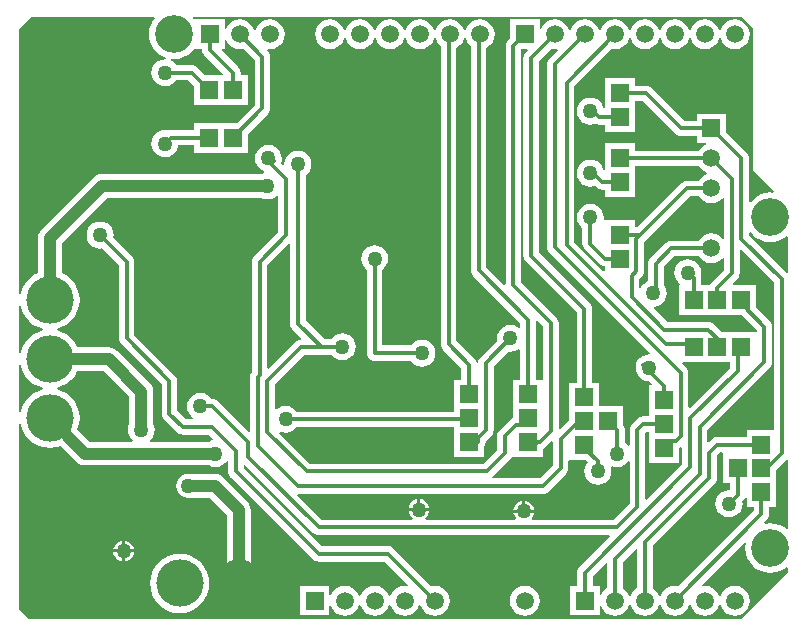
<source format=gbl>
G04*
G04 #@! TF.GenerationSoftware,Altium Limited,Altium Designer,18.0.7 (293)*
G04*
G04 Layer_Physical_Order=2*
G04 Layer_Color=16711680*
%FSLAX25Y25*%
%MOIN*%
G70*
G01*
G75*
%ADD35C,0.01181*%
%ADD36C,0.03937*%
%ADD37C,0.01968*%
%ADD38C,0.00000*%
%ADD42C,0.15748*%
%ADD43C,0.05906*%
%ADD44R,0.05906X0.05906*%
%ADD45R,0.05906X0.05906*%
%ADD46C,0.12598*%
%ADD47C,0.05000*%
%ADD48R,0.06000X0.06000*%
%ADD49R,0.06000X0.06000*%
G36*
X52559Y204724D02*
X52796Y204224D01*
X52148Y203434D01*
X51380Y201998D01*
X50907Y200440D01*
X50747Y198819D01*
X50907Y197198D01*
X51380Y195640D01*
X52148Y194203D01*
X53181Y192945D01*
X54440Y191911D01*
X55876Y191144D01*
X56335Y191004D01*
X56229Y190514D01*
X56102Y190531D01*
X54936Y190377D01*
X53849Y189927D01*
X52915Y189211D01*
X52199Y188277D01*
X51749Y187190D01*
X51595Y186024D01*
X51749Y184857D01*
X52199Y183770D01*
X52915Y182837D01*
X53849Y182120D01*
X54936Y181670D01*
X56102Y181517D01*
X57269Y181670D01*
X58356Y182120D01*
X59289Y182837D01*
X59754Y183442D01*
X63892D01*
X65898Y181436D01*
Y175150D01*
X83709D01*
Y185087D01*
X81321D01*
Y186024D01*
X81233Y186692D01*
X80976Y187314D01*
X80565Y187849D01*
X74978Y193436D01*
X75170Y193898D01*
X75984D01*
Y196914D01*
X76484Y197013D01*
X76764Y196337D01*
X77553Y195309D01*
X78581Y194520D01*
X79778Y194024D01*
X81063Y193855D01*
X82224Y194008D01*
X86001Y190230D01*
Y175282D01*
X80058Y169339D01*
X65898D01*
Y166951D01*
X58071D01*
X57403Y166863D01*
X57172Y166768D01*
X56102Y166909D01*
X54936Y166755D01*
X53849Y166305D01*
X52915Y165588D01*
X52199Y164655D01*
X51749Y163568D01*
X51595Y162402D01*
X51749Y161235D01*
X52199Y160148D01*
X52915Y159215D01*
X53849Y158498D01*
X54936Y158048D01*
X56102Y157895D01*
X57269Y158048D01*
X58356Y158498D01*
X59289Y159215D01*
X60006Y160148D01*
X60456Y161235D01*
X60529Y161789D01*
X65898D01*
Y159402D01*
X83709D01*
Y165688D01*
X90408Y172388D01*
X90818Y172922D01*
X91076Y173545D01*
X91164Y174213D01*
Y191299D01*
X91076Y191967D01*
X90818Y192590D01*
X90408Y193124D01*
X90048Y193484D01*
X90281Y193958D01*
X91063Y193855D01*
X92348Y194024D01*
X93545Y194520D01*
X94573Y195309D01*
X95362Y196337D01*
X95858Y197534D01*
X96027Y198819D01*
X95858Y200104D01*
X95362Y201301D01*
X94573Y202329D01*
X93545Y203118D01*
X92348Y203613D01*
X91063Y203783D01*
X89778Y203613D01*
X88581Y203118D01*
X87553Y202329D01*
X86764Y201301D01*
X86320Y200227D01*
X86319Y200227D01*
X85807D01*
X85806Y200227D01*
X85362Y201301D01*
X84573Y202329D01*
X83545Y203118D01*
X82348Y203613D01*
X81063Y203783D01*
X79778Y203613D01*
X78581Y203118D01*
X77553Y202329D01*
X76764Y201301D01*
X76484Y200625D01*
X75984Y200724D01*
Y203740D01*
X66142D01*
X66142Y203740D01*
Y203740D01*
X65651Y203814D01*
X65314Y204224D01*
X65551Y204724D01*
X248031Y204724D01*
X251969Y200787D01*
Y153543D01*
X259019Y146493D01*
X258792Y146013D01*
X257874Y146103D01*
X256253Y145943D01*
X254695Y145471D01*
X253258Y144703D01*
X252000Y143670D01*
X251309Y142829D01*
X250810Y143008D01*
Y157441D01*
X250722Y158109D01*
X250464Y158731D01*
X250054Y159266D01*
X243110Y166209D01*
Y172402D01*
X233268D01*
Y170061D01*
X229258D01*
X218361Y180959D01*
X217826Y181369D01*
X217203Y181627D01*
X216535Y181715D01*
X212646D01*
Y184102D01*
X202709D01*
Y174272D01*
X202209Y174239D01*
X202188Y174395D01*
X201738Y175482D01*
X201022Y176415D01*
X200088Y177132D01*
X199001Y177582D01*
X197835Y177735D01*
X196668Y177582D01*
X195581Y177132D01*
X194648Y176415D01*
X193931Y175482D01*
X193481Y174395D01*
X193328Y173228D01*
X193481Y172062D01*
X193931Y170975D01*
X194648Y170041D01*
X195581Y169325D01*
X196668Y168875D01*
X197835Y168721D01*
X199001Y168875D01*
X199450Y169061D01*
X199497Y169025D01*
X200119Y168767D01*
X200787Y168679D01*
X202709D01*
Y166291D01*
X212646D01*
Y174165D01*
Y176553D01*
X215466D01*
X226364Y165655D01*
X226898Y165245D01*
X227521Y164987D01*
X228189Y164899D01*
X233268D01*
Y162559D01*
X236284D01*
X236383Y162059D01*
X235707Y161779D01*
X234679Y160990D01*
X233966Y160061D01*
X212646D01*
Y162449D01*
X202709D01*
Y153603D01*
X202209Y153570D01*
X202188Y153726D01*
X201738Y154813D01*
X201022Y155746D01*
X200088Y156462D01*
X199001Y156913D01*
X197835Y157066D01*
X196668Y156913D01*
X195581Y156462D01*
X194648Y155746D01*
X193931Y154813D01*
X193481Y153726D01*
X193328Y152559D01*
X193481Y151393D01*
X193931Y150305D01*
X194648Y149372D01*
X195581Y148656D01*
X196668Y148206D01*
X197835Y148052D01*
X199001Y148206D01*
X199370Y148358D01*
X199946Y147781D01*
X200481Y147371D01*
X201104Y147113D01*
X201772Y147025D01*
X202709D01*
Y144638D01*
X212646D01*
Y152512D01*
Y154899D01*
X233966D01*
X234679Y153970D01*
X235707Y153182D01*
X236781Y152737D01*
X236781Y152736D01*
Y152225D01*
X236781Y152224D01*
X235707Y151779D01*
X234679Y150990D01*
X233966Y150061D01*
X230157D01*
X229489Y149973D01*
X228867Y149716D01*
X228332Y149305D01*
X213498Y134471D01*
X212646D01*
Y136858D01*
X202723D01*
X202587Y136868D01*
X202271Y137255D01*
X202342Y137795D01*
X202188Y138962D01*
X201738Y140049D01*
X201022Y140982D01*
X200088Y141699D01*
X199001Y142149D01*
X197835Y142302D01*
X196668Y142149D01*
X195581Y141699D01*
X194648Y140982D01*
X193931Y140049D01*
X193481Y138962D01*
X193328Y137795D01*
X193481Y136629D01*
X193931Y135542D01*
X194648Y134608D01*
X195254Y134143D01*
Y128937D01*
X195342Y128269D01*
X195599Y127647D01*
X196010Y127112D01*
X200931Y122191D01*
X201465Y121780D01*
X202088Y121523D01*
X202709Y121441D01*
Y120026D01*
X202247Y119834D01*
X192542Y129539D01*
Y181647D01*
X204902Y194008D01*
X206063Y193855D01*
X207348Y194024D01*
X208545Y194520D01*
X209573Y195309D01*
X210362Y196337D01*
X210806Y197411D01*
X210807Y197411D01*
X211319D01*
X211320Y197411D01*
X211764Y196337D01*
X212553Y195309D01*
X213581Y194520D01*
X214778Y194024D01*
X216063Y193855D01*
X217348Y194024D01*
X218545Y194520D01*
X219573Y195309D01*
X220362Y196337D01*
X220806Y197411D01*
X220807Y197411D01*
X221319D01*
X221320Y197411D01*
X221764Y196337D01*
X222553Y195309D01*
X223581Y194520D01*
X224778Y194024D01*
X226063Y193855D01*
X227348Y194024D01*
X228545Y194520D01*
X229573Y195309D01*
X230362Y196337D01*
X230806Y197411D01*
X230807Y197411D01*
X231319D01*
X231320Y197411D01*
X231764Y196337D01*
X232553Y195309D01*
X233581Y194520D01*
X234778Y194024D01*
X236063Y193855D01*
X237348Y194024D01*
X238545Y194520D01*
X239573Y195309D01*
X240362Y196337D01*
X240806Y197411D01*
X240807Y197411D01*
X241319D01*
X241320Y197411D01*
X241764Y196337D01*
X242553Y195309D01*
X243581Y194520D01*
X244778Y194024D01*
X246063Y193855D01*
X247348Y194024D01*
X248545Y194520D01*
X249573Y195309D01*
X250362Y196337D01*
X250858Y197534D01*
X251027Y198819D01*
X250858Y200104D01*
X250362Y201301D01*
X249573Y202329D01*
X248545Y203118D01*
X247348Y203613D01*
X246063Y203783D01*
X244778Y203613D01*
X243581Y203118D01*
X242553Y202329D01*
X241764Y201301D01*
X241320Y200227D01*
X241319Y200227D01*
X240807D01*
X240806Y200227D01*
X240362Y201301D01*
X239573Y202329D01*
X238545Y203118D01*
X237348Y203613D01*
X236063Y203783D01*
X234778Y203613D01*
X233581Y203118D01*
X232553Y202329D01*
X231764Y201301D01*
X231320Y200227D01*
X231319Y200227D01*
X230807D01*
X230806Y200227D01*
X230362Y201301D01*
X229573Y202329D01*
X228545Y203118D01*
X227348Y203613D01*
X226063Y203783D01*
X224778Y203613D01*
X223581Y203118D01*
X222553Y202329D01*
X221764Y201301D01*
X221320Y200227D01*
X221319Y200227D01*
X220807D01*
X220806Y200227D01*
X220362Y201301D01*
X219573Y202329D01*
X218545Y203118D01*
X217348Y203613D01*
X216063Y203783D01*
X214778Y203613D01*
X213581Y203118D01*
X212553Y202329D01*
X211764Y201301D01*
X211320Y200227D01*
X211319Y200227D01*
X210807D01*
X210806Y200227D01*
X210362Y201301D01*
X209573Y202329D01*
X208545Y203118D01*
X207348Y203613D01*
X206063Y203783D01*
X204778Y203613D01*
X203581Y203118D01*
X202553Y202329D01*
X201764Y201301D01*
X201320Y200227D01*
X201319Y200227D01*
X200807D01*
X200806Y200227D01*
X200362Y201301D01*
X199573Y202329D01*
X198545Y203118D01*
X197348Y203613D01*
X196063Y203783D01*
X194778Y203613D01*
X193581Y203118D01*
X192553Y202329D01*
X191764Y201301D01*
X191320Y200227D01*
X191319Y200227D01*
X190807D01*
X190806Y200227D01*
X190362Y201301D01*
X189573Y202329D01*
X188545Y203118D01*
X187348Y203613D01*
X186063Y203783D01*
X184778Y203613D01*
X183581Y203118D01*
X182553Y202329D01*
X181764Y201301D01*
X181484Y200625D01*
X180984Y200724D01*
Y203740D01*
X171142D01*
Y197548D01*
X170419Y196825D01*
X170009Y196291D01*
X169751Y195668D01*
X169663Y195000D01*
Y115471D01*
X169163Y115264D01*
X163211Y121216D01*
Y194382D01*
X163545Y194520D01*
X164573Y195309D01*
X165362Y196337D01*
X165858Y197534D01*
X166027Y198819D01*
X165858Y200104D01*
X165362Y201301D01*
X164573Y202329D01*
X163545Y203118D01*
X162348Y203613D01*
X161063Y203783D01*
X159778Y203613D01*
X158581Y203118D01*
X157553Y202329D01*
X156764Y201301D01*
X156320Y200227D01*
X156319Y200227D01*
X155807D01*
X155806Y200227D01*
X155362Y201301D01*
X154573Y202329D01*
X153545Y203118D01*
X152348Y203613D01*
X151063Y203783D01*
X149778Y203613D01*
X148581Y203118D01*
X147553Y202329D01*
X146764Y201301D01*
X146320Y200227D01*
X146319Y200227D01*
X145807D01*
X145806Y200227D01*
X145362Y201301D01*
X144573Y202329D01*
X143545Y203118D01*
X142348Y203613D01*
X141063Y203783D01*
X139778Y203613D01*
X138581Y203118D01*
X137553Y202329D01*
X136764Y201301D01*
X136320Y200227D01*
X136319Y200227D01*
X135807D01*
X135806Y200227D01*
X135362Y201301D01*
X134573Y202329D01*
X133545Y203118D01*
X132348Y203613D01*
X131063Y203783D01*
X129778Y203613D01*
X128581Y203118D01*
X127553Y202329D01*
X126764Y201301D01*
X126320Y200227D01*
X126319Y200227D01*
X125807D01*
X125806Y200227D01*
X125362Y201301D01*
X124573Y202329D01*
X123545Y203118D01*
X122348Y203613D01*
X121063Y203783D01*
X119778Y203613D01*
X118581Y203118D01*
X117553Y202329D01*
X116764Y201301D01*
X116320Y200227D01*
X116319Y200227D01*
X115807D01*
X115806Y200227D01*
X115362Y201301D01*
X114573Y202329D01*
X113545Y203118D01*
X112348Y203613D01*
X111063Y203783D01*
X109778Y203613D01*
X108581Y203118D01*
X107553Y202329D01*
X106764Y201301D01*
X106268Y200104D01*
X106099Y198819D01*
X106268Y197534D01*
X106764Y196337D01*
X107553Y195309D01*
X108581Y194520D01*
X109778Y194024D01*
X111063Y193855D01*
X112348Y194024D01*
X113545Y194520D01*
X114573Y195309D01*
X115362Y196337D01*
X115806Y197411D01*
X115807Y197411D01*
X116319D01*
X116320Y197411D01*
X116764Y196337D01*
X117553Y195309D01*
X118581Y194520D01*
X119778Y194024D01*
X121063Y193855D01*
X122348Y194024D01*
X123545Y194520D01*
X124573Y195309D01*
X125362Y196337D01*
X125806Y197411D01*
X125807Y197411D01*
X126319D01*
X126320Y197411D01*
X126764Y196337D01*
X127553Y195309D01*
X128581Y194520D01*
X129778Y194024D01*
X131063Y193855D01*
X132348Y194024D01*
X133545Y194520D01*
X134573Y195309D01*
X135362Y196337D01*
X135806Y197411D01*
X135807Y197411D01*
X136319D01*
X136320Y197411D01*
X136764Y196337D01*
X137553Y195309D01*
X138581Y194520D01*
X139778Y194024D01*
X141063Y193855D01*
X142348Y194024D01*
X143545Y194520D01*
X144573Y195309D01*
X145362Y196337D01*
X145806Y197411D01*
X145807Y197411D01*
X146319D01*
X146320Y197411D01*
X146764Y196337D01*
X147553Y195309D01*
X148049Y194929D01*
Y95433D01*
X148137Y94765D01*
X148395Y94143D01*
X148805Y93608D01*
X154899Y87514D01*
Y83709D01*
X152512D01*
Y73772D01*
Y73031D01*
X99926D01*
X99461Y73637D01*
X98528Y74353D01*
X97441Y74803D01*
X96274Y74957D01*
X95108Y74803D01*
X94021Y74353D01*
X93317Y73813D01*
X92817Y74060D01*
Y82277D01*
X102447Y91907D01*
X108268D01*
X108936Y91995D01*
X109103Y92064D01*
X111506D01*
X111970Y91459D01*
X112904Y90742D01*
X113991Y90292D01*
X115157Y90139D01*
X116324Y90292D01*
X117411Y90742D01*
X118344Y91459D01*
X119061Y92392D01*
X119511Y93479D01*
X119665Y94646D01*
X119511Y95812D01*
X119061Y96899D01*
X118344Y97833D01*
X117411Y98549D01*
X116324Y98999D01*
X115157Y99153D01*
X113991Y98999D01*
X112904Y98549D01*
X111970Y97833D01*
X111506Y97227D01*
X109179D01*
X102975Y103431D01*
Y151860D01*
X103581Y152325D01*
X104297Y153258D01*
X104747Y154345D01*
X104901Y155512D01*
X104747Y156678D01*
X104297Y157765D01*
X103581Y158699D01*
X102647Y159415D01*
X101560Y159865D01*
X100394Y160019D01*
X99227Y159865D01*
X98140Y159415D01*
X97207Y158699D01*
X96491Y157765D01*
X96040Y156678D01*
X95887Y155517D01*
X95735Y155399D01*
X95443Y155254D01*
X94833Y155865D01*
X94875Y155966D01*
X94963Y156634D01*
X94955Y156695D01*
X95058Y157480D01*
X94905Y158647D01*
X94454Y159734D01*
X93738Y160667D01*
X92805Y161383D01*
X91718Y161834D01*
X90551Y161987D01*
X89385Y161834D01*
X88298Y161383D01*
X87364Y160667D01*
X86648Y159734D01*
X86198Y158647D01*
X86044Y157480D01*
X86198Y156314D01*
X86648Y155227D01*
X87364Y154293D01*
X88298Y153577D01*
X89239Y153187D01*
X89171Y152674D01*
X89070Y152661D01*
X88146Y152278D01*
X35118D01*
X34091Y152143D01*
X33133Y151746D01*
X32310Y151115D01*
X14909Y133713D01*
X14277Y132891D01*
X13881Y131933D01*
X13746Y130905D01*
Y122694D01*
X13746Y122693D01*
Y119274D01*
X12222Y118460D01*
X10723Y117230D01*
X9493Y115731D01*
X8579Y114021D01*
X8016Y112166D01*
X8016Y112164D01*
X7516Y112189D01*
Y200430D01*
X11811Y204724D01*
Y204724D01*
X52559Y204724D01*
D02*
G37*
G36*
X68482Y193701D02*
X68570Y193033D01*
X68828Y192410D01*
X69238Y191876D01*
X75565Y185549D01*
X75374Y185087D01*
X69548D01*
X66786Y187849D01*
X66251Y188259D01*
X65629Y188517D01*
X64961Y188605D01*
X59754D01*
X59289Y189211D01*
X58356Y189927D01*
X57878Y190125D01*
X58001Y190615D01*
X59055Y190511D01*
X60676Y190671D01*
X62234Y191144D01*
X63671Y191911D01*
X64929Y192945D01*
X65664Y193840D01*
X66142Y193898D01*
Y193898D01*
X66142Y193898D01*
X68482D01*
Y193701D01*
D02*
G37*
G36*
X93776Y145001D02*
X93876Y144967D01*
Y132959D01*
X85773Y124857D01*
X85363Y124322D01*
X85105Y123699D01*
X85017Y123031D01*
Y86158D01*
X84851Y85942D01*
X84593Y85319D01*
X84505Y84651D01*
Y66452D01*
X84044Y66260D01*
X73676Y76628D01*
X73141Y77039D01*
X72518Y77296D01*
X71850Y77384D01*
X71565D01*
X71100Y77990D01*
X70167Y78706D01*
X69080Y79157D01*
X67913Y79310D01*
X66747Y79157D01*
X65660Y78706D01*
X64726Y77990D01*
X64010Y77057D01*
X63560Y75970D01*
X63406Y74803D01*
X63560Y73637D01*
X64010Y72550D01*
X64726Y71616D01*
X65537Y70995D01*
X65388Y70495D01*
X63077D01*
X60160Y73412D01*
Y83169D01*
X60072Y83837D01*
X59814Y84460D01*
X59404Y84994D01*
X45888Y98510D01*
Y123031D01*
X45800Y123699D01*
X45542Y124322D01*
X45132Y124857D01*
X38856Y131133D01*
X38956Y131890D01*
X38802Y133056D01*
X38352Y134143D01*
X37636Y135077D01*
X36702Y135793D01*
X35615Y136243D01*
X34449Y136397D01*
X33282Y136243D01*
X32195Y135793D01*
X31262Y135077D01*
X30546Y134143D01*
X30095Y133056D01*
X29942Y131890D01*
X30095Y130723D01*
X30546Y129636D01*
X31262Y128703D01*
X32195Y127987D01*
X33282Y127536D01*
X34449Y127383D01*
X35206Y127482D01*
X40726Y121962D01*
Y97441D01*
X40814Y96773D01*
X41072Y96150D01*
X41482Y95616D01*
X54998Y82100D01*
Y72342D01*
X55086Y71675D01*
X55343Y71052D01*
X55754Y70517D01*
X60183Y66088D01*
X60717Y65678D01*
X61340Y65420D01*
X62008Y65332D01*
X70781D01*
X72185Y63929D01*
X72024Y63455D01*
X71668Y63409D01*
X70745Y63026D01*
X51260D01*
X51099Y63500D01*
X51415Y63742D01*
X52132Y64676D01*
X52582Y65763D01*
X52735Y66929D01*
X52582Y68096D01*
X52199Y69019D01*
Y79724D01*
X52064Y80752D01*
X51667Y81710D01*
X51036Y82532D01*
X40209Y93359D01*
X39387Y93990D01*
X38429Y94387D01*
X37402Y94522D01*
X26754D01*
X25940Y96046D01*
X24710Y97545D01*
X23211Y98774D01*
X21501Y99689D01*
X20038Y100132D01*
Y100655D01*
X21501Y101099D01*
X23211Y102013D01*
X24710Y103243D01*
X25940Y104742D01*
X26854Y106451D01*
X27417Y108307D01*
X27607Y110236D01*
X27417Y112166D01*
X26854Y114021D01*
X25940Y115731D01*
X24710Y117230D01*
X23211Y118460D01*
X21688Y119274D01*
Y122694D01*
X21687Y122694D01*
Y129261D01*
X36763Y144336D01*
X88146D01*
X89070Y143954D01*
X90236Y143800D01*
X91403Y143954D01*
X92490Y144404D01*
X93376Y145084D01*
X93776Y145001D01*
D02*
G37*
G36*
X234679Y143970D02*
X235707Y143182D01*
X236904Y142686D01*
X238189Y142517D01*
X239474Y142686D01*
X240671Y143182D01*
X241699Y143970D01*
X241998Y144360D01*
X242498Y144190D01*
Y130771D01*
X241998Y130601D01*
X241699Y130990D01*
X240671Y131779D01*
X239474Y132275D01*
X238189Y132444D01*
X236904Y132275D01*
X235707Y131779D01*
X234679Y130990D01*
X233966Y130061D01*
X224847D01*
X224179Y129973D01*
X223557Y129716D01*
X223022Y129305D01*
X217860Y124143D01*
X217450Y123609D01*
X217192Y122986D01*
X217104Y122318D01*
Y116628D01*
X216535Y116393D01*
X215602Y115677D01*
X214886Y114743D01*
X214695Y114284D01*
X214195Y114383D01*
Y117265D01*
X215061Y118131D01*
X215472Y118665D01*
X215729Y119288D01*
X215817Y119956D01*
Y129490D01*
X216392Y130065D01*
X216392Y130065D01*
X231227Y144899D01*
X233966D01*
X234679Y143970D01*
D02*
G37*
G36*
X252000Y131921D02*
X253258Y130888D01*
X254695Y130120D01*
X256253Y129647D01*
X257874Y129488D01*
X259495Y129647D01*
X261053Y130120D01*
X262490Y130888D01*
X263280Y131536D01*
X263779Y131300D01*
Y119515D01*
X263280Y119308D01*
X250810Y131778D01*
Y132583D01*
X251309Y132762D01*
X252000Y131921D01*
D02*
G37*
G36*
X234679Y123970D02*
X235707Y123182D01*
X236904Y122686D01*
X238189Y122517D01*
X239474Y122686D01*
X240671Y123182D01*
X241699Y123970D01*
X241998Y124360D01*
X242498Y124190D01*
Y120164D01*
X238332Y115998D01*
X237922Y115464D01*
X237815Y115205D01*
X234865D01*
Y117411D01*
X234777Y118079D01*
X234681Y118310D01*
X234822Y119379D01*
X234668Y120546D01*
X234218Y121633D01*
X233502Y122566D01*
X232569Y123283D01*
X231482Y123733D01*
X230315Y123887D01*
X229149Y123733D01*
X228061Y123283D01*
X227128Y122566D01*
X226412Y121633D01*
X225961Y120546D01*
X225808Y119379D01*
X225961Y118213D01*
X226412Y117126D01*
X227128Y116192D01*
X227764Y115705D01*
X227594Y115205D01*
X227315D01*
Y105268D01*
X248365D01*
X253324Y100309D01*
Y99822D01*
X253000Y99457D01*
X241792D01*
X239030Y102219D01*
X238495Y102629D01*
X237873Y102887D01*
X237205Y102975D01*
X223560D01*
X219025Y107510D01*
X219205Y108037D01*
X219955Y108136D01*
X221042Y108587D01*
X221976Y109303D01*
X222692Y110236D01*
X223143Y111323D01*
X223296Y112490D01*
X223143Y113656D01*
X222692Y114743D01*
X222266Y115298D01*
Y121249D01*
X225916Y124899D01*
X233966D01*
X234679Y123970D01*
D02*
G37*
G36*
X156320Y197411D02*
X156764Y196337D01*
X157553Y195309D01*
X158049Y194929D01*
Y120147D01*
X158137Y119479D01*
X158395Y118856D01*
X158805Y118322D01*
X174584Y102542D01*
Y101153D01*
X174084Y100906D01*
X173513Y101344D01*
X172426Y101794D01*
X171260Y101948D01*
X170093Y101794D01*
X169006Y101344D01*
X168073Y100628D01*
X167357Y99695D01*
X166906Y98607D01*
X166753Y97441D01*
X166852Y96684D01*
X161214Y91046D01*
X160804Y90511D01*
X160546Y89889D01*
X160470Y89310D01*
X159974Y89251D01*
X159716Y89873D01*
X159305Y90408D01*
X153211Y96502D01*
Y194382D01*
X153545Y194520D01*
X154573Y195309D01*
X155362Y196337D01*
X155806Y197411D01*
X155807Y197411D01*
X156319D01*
X156320Y197411D01*
D02*
G37*
G36*
X174584Y93729D02*
Y83709D01*
X172197D01*
Y73772D01*
Y70945D01*
X171815Y70786D01*
X171280Y70376D01*
X167578Y66674D01*
X167168Y66139D01*
X166910Y65517D01*
X166822Y64849D01*
Y60236D01*
X162317Y55731D01*
X104416D01*
X94226Y65920D01*
X94509Y66344D01*
X95108Y66096D01*
X96274Y65943D01*
X97441Y66096D01*
X98528Y66546D01*
X99461Y67263D01*
X99926Y67869D01*
X152512D01*
Y65898D01*
Y58024D01*
X162449D01*
Y61415D01*
X162668Y61702D01*
X162926Y62324D01*
X163014Y62992D01*
Y63131D01*
X164865Y64981D01*
X165275Y65516D01*
X165533Y66138D01*
X165621Y66806D01*
Y88151D01*
X170503Y93034D01*
X171260Y92934D01*
X172426Y93088D01*
X173513Y93538D01*
X174084Y93976D01*
X174584Y93729D01*
D02*
G37*
G36*
X8016Y108307D02*
X8579Y106451D01*
X9493Y104742D01*
X10723Y103243D01*
X12222Y102013D01*
X13932Y101099D01*
X15395Y100655D01*
Y100132D01*
X13932Y99689D01*
X12222Y98774D01*
X10723Y97545D01*
X9493Y96046D01*
X8579Y94336D01*
X8016Y92481D01*
X8016Y92479D01*
X7516Y92504D01*
Y108284D01*
X8016Y108308D01*
X8016Y108307D01*
D02*
G37*
G36*
X97813Y128942D02*
Y102362D01*
X97900Y101694D01*
X98158Y101072D01*
X98569Y100537D01*
X101574Y97531D01*
X101449Y97229D01*
X101335Y97064D01*
X100710Y96981D01*
X100087Y96724D01*
X99553Y96313D01*
X90641Y87402D01*
X90180Y87593D01*
Y121962D01*
X97351Y129133D01*
X97813Y128942D01*
D02*
G37*
G36*
X182112Y101639D02*
Y83709D01*
X179746D01*
Y103298D01*
X180246Y103505D01*
X182112Y101639D01*
D02*
G37*
G36*
X244466Y87738D02*
X231043Y74315D01*
X230581Y74506D01*
Y85976D01*
X230493Y86644D01*
X230235Y87267D01*
X229825Y87801D01*
X228569Y89058D01*
X228760Y89520D01*
X244466D01*
Y87738D01*
D02*
G37*
G36*
X8016Y88622D02*
X8579Y86766D01*
X9493Y85057D01*
X10723Y83558D01*
X12222Y82328D01*
X13932Y81414D01*
X15395Y80970D01*
Y80447D01*
X13932Y80003D01*
X12222Y79089D01*
X10723Y77859D01*
X9493Y76361D01*
X8579Y74651D01*
X8016Y72796D01*
X8016Y72794D01*
X7516Y72819D01*
Y88599D01*
X8016Y88623D01*
X8016Y88622D01*
D02*
G37*
G36*
X177030Y193436D02*
X176324Y192731D01*
X175914Y192196D01*
X175656Y191574D01*
X175568Y190905D01*
Y125000D01*
X175656Y124332D01*
X175914Y123709D01*
X176324Y123175D01*
X193285Y106214D01*
Y82724D01*
X190898D01*
Y72787D01*
Y70309D01*
X187736Y67147D01*
X187274Y67338D01*
Y102709D01*
X187186Y103377D01*
X186928Y103999D01*
X186518Y104534D01*
X174825Y116227D01*
Y193898D01*
X176838D01*
X177030Y193436D01*
D02*
G37*
G36*
X44257Y78080D02*
Y69019D01*
X43875Y68096D01*
X43721Y66929D01*
X43875Y65763D01*
X44325Y64676D01*
X45041Y63742D01*
X45357Y63500D01*
X45197Y63026D01*
X31172D01*
X26915Y67283D01*
X27417Y68937D01*
X27607Y70866D01*
X27417Y72796D01*
X26854Y74651D01*
X25940Y76361D01*
X24710Y77859D01*
X23211Y79089D01*
X21501Y80003D01*
X20038Y80447D01*
Y80970D01*
X21501Y81414D01*
X23211Y82328D01*
X24710Y83558D01*
X25940Y85057D01*
X26754Y86580D01*
X35757D01*
X44257Y78080D01*
D02*
G37*
G36*
X259230Y116057D02*
Y66976D01*
X249953D01*
Y64589D01*
X240158D01*
X239489Y64501D01*
X238867Y64243D01*
X238332Y63833D01*
X237342Y62843D01*
X236880Y63034D01*
Y66891D01*
X257731Y87742D01*
X258141Y88276D01*
X258399Y88899D01*
X258487Y89567D01*
Y101378D01*
X258399Y102046D01*
X258141Y102668D01*
X257731Y103203D01*
X253000Y107934D01*
Y115205D01*
X245493D01*
X245301Y115667D01*
X246904Y117269D01*
X247314Y117804D01*
X247572Y118426D01*
X247660Y119095D01*
Y126974D01*
X248122Y127165D01*
X259230Y116057D01*
D02*
G37*
G36*
X186063Y193855D02*
X186845Y193958D01*
X187078Y193484D01*
X184198Y190605D01*
X183788Y190070D01*
X183530Y189448D01*
X183442Y188779D01*
Y127953D01*
X183530Y127285D01*
X183788Y126662D01*
X184198Y126128D01*
X217777Y92549D01*
X217633Y92257D01*
X217514Y92105D01*
X216353Y91952D01*
X215266Y91502D01*
X214510Y90921D01*
X214261Y90818D01*
X213726Y90408D01*
X213316Y89873D01*
X213058Y89251D01*
X212970Y88583D01*
X213056Y87929D01*
X213013Y87598D01*
X213166Y86432D01*
X213616Y85345D01*
X214333Y84412D01*
X215266Y83695D01*
X216353Y83245D01*
X217373Y83111D01*
X218282Y82202D01*
X218090Y81740D01*
X217472D01*
Y71479D01*
X215551D01*
X214883Y71391D01*
X214261Y71133D01*
X213726Y70723D01*
X211757Y68754D01*
X211347Y68220D01*
X211089Y67597D01*
X211001Y66929D01*
Y61839D01*
X210502Y61669D01*
X210062Y62242D01*
X209456Y62707D01*
Y66747D01*
X209368Y67415D01*
X209110Y68037D01*
X208709Y68561D01*
Y74850D01*
X200835D01*
Y82724D01*
X198447D01*
Y107283D01*
X198359Y107951D01*
X198101Y108574D01*
X197691Y109109D01*
X180731Y126069D01*
Y189836D01*
X184902Y194008D01*
X186063Y193855D01*
D02*
G37*
G36*
X185411Y62997D02*
Y55203D01*
X181017Y50810D01*
X165361D01*
X165191Y51310D01*
X165211Y51324D01*
X171228Y57342D01*
X171638Y57876D01*
X171698Y58021D01*
X172197Y58024D01*
Y58024D01*
X182134D01*
Y60650D01*
X182393Y60757D01*
X182928Y61167D01*
X184949Y63189D01*
X185411Y62997D01*
D02*
G37*
G36*
X217472Y63929D02*
Y56055D01*
X227409D01*
Y60945D01*
X227792Y61103D01*
X228068Y61316D01*
X228569Y61069D01*
Y55520D01*
X216626Y43578D01*
X216164Y43769D01*
Y65860D01*
X216620Y66316D01*
X217472D01*
Y63929D01*
D02*
G37*
G36*
X197063Y56176D02*
X196470Y55403D01*
X196020Y54316D01*
X195866Y53150D01*
X196020Y51983D01*
X196470Y50896D01*
X197186Y49963D01*
X198120Y49246D01*
X199207Y48796D01*
X200373Y48643D01*
X201540Y48796D01*
X202627Y49246D01*
X203560Y49963D01*
X204276Y50896D01*
X204727Y51983D01*
X204880Y53150D01*
X204727Y54316D01*
X204601Y54619D01*
X204984Y55002D01*
X205709Y54702D01*
X206875Y54548D01*
X208042Y54702D01*
X209129Y55152D01*
X210062Y55868D01*
X210502Y56441D01*
X211001Y56271D01*
Y42408D01*
X205624Y37030D01*
X178506D01*
X178297Y37530D01*
X178738Y38105D01*
X179091Y38956D01*
X179146Y39370D01*
X172217D01*
X172271Y38956D01*
X172624Y38105D01*
X173065Y37530D01*
X172857Y37030D01*
X142986D01*
X142817Y37530D01*
X143244Y37858D01*
X143805Y38589D01*
X144158Y39441D01*
X144212Y39854D01*
X137284D01*
X137338Y39441D01*
X137691Y38589D01*
X138252Y37858D01*
X138679Y37530D01*
X138510Y37030D01*
X108353D01*
X100216Y45166D01*
X100354Y45540D01*
X100442Y45647D01*
X182087D01*
X182755Y45735D01*
X183377Y45993D01*
X183912Y46403D01*
X189817Y52309D01*
X190227Y52843D01*
X190485Y53466D01*
X190573Y54134D01*
Y56674D01*
X190898Y57039D01*
X196200D01*
X197063Y56176D01*
D02*
G37*
G36*
X263779Y56890D02*
Y34055D01*
X263280Y33819D01*
X262490Y34467D01*
X261053Y35234D01*
X259495Y35707D01*
X257874Y35867D01*
X256253Y35707D01*
X256043Y35643D01*
X255785Y36072D01*
X256746Y37033D01*
X257157Y37568D01*
X257414Y38190D01*
X257502Y38858D01*
Y41291D01*
X259890D01*
Y49165D01*
Y53707D01*
X263280Y57097D01*
X263779Y56890D01*
D02*
G37*
G36*
X242079Y59102D02*
Y49165D01*
X244466D01*
Y47156D01*
X244094Y46830D01*
X242928Y46676D01*
X241841Y46226D01*
X240908Y45510D01*
X240191Y44576D01*
X239741Y43489D01*
X239587Y42323D01*
X239741Y41156D01*
X240191Y40069D01*
X240908Y39136D01*
X241841Y38420D01*
X242928Y37969D01*
X244094Y37816D01*
X245261Y37969D01*
X246348Y38420D01*
X247281Y39136D01*
X247998Y40069D01*
X248448Y41156D01*
X248602Y42323D01*
X248502Y43080D01*
X248872Y43450D01*
X249283Y43985D01*
X249453Y44396D01*
X249953Y44296D01*
Y41291D01*
X252340D01*
Y39927D01*
X227224Y14811D01*
X226063Y14964D01*
X224778Y14795D01*
X223581Y14299D01*
X222553Y13510D01*
X221764Y12482D01*
X221320Y11408D01*
X221319Y11408D01*
X220807D01*
X220806Y11408D01*
X220362Y12482D01*
X219573Y13510D01*
X218644Y14222D01*
Y28453D01*
X239274Y49083D01*
X239684Y49617D01*
X239942Y50240D01*
X240030Y50908D01*
Y58230D01*
X241227Y59427D01*
X241713D01*
X242079Y59102D01*
D02*
G37*
G36*
X203482Y22480D02*
Y14222D01*
X202553Y13510D01*
X201764Y12482D01*
X201484Y11806D01*
X200984Y11905D01*
Y14921D01*
X198644D01*
Y18296D01*
X203020Y22671D01*
X203482Y22480D01*
D02*
G37*
G36*
X213482Y27092D02*
Y14222D01*
X212553Y13510D01*
X211764Y12482D01*
X211320Y11408D01*
X211319Y11408D01*
X210807D01*
X210806Y11408D01*
X210362Y12482D01*
X209573Y13510D01*
X208644Y14222D01*
Y22907D01*
X213020Y27283D01*
X213482Y27092D01*
D02*
G37*
G36*
X8016Y68937D02*
X8579Y67081D01*
X9493Y65372D01*
X10723Y63873D01*
X12222Y62643D01*
X13932Y61729D01*
X15787Y61166D01*
X17717Y60976D01*
X19646Y61166D01*
X21299Y61668D01*
X26720Y56247D01*
X27542Y55616D01*
X28500Y55220D01*
X29528Y55084D01*
X70745D01*
X71668Y54702D01*
X72835Y54548D01*
X74001Y54702D01*
X75088Y55152D01*
X76022Y55868D01*
X76643Y56678D01*
X77143Y56530D01*
Y53150D01*
X77231Y52482D01*
X77489Y51859D01*
X77899Y51324D01*
X105458Y23765D01*
X105993Y23355D01*
X106615Y23097D01*
X107283Y23009D01*
X129325D01*
X137000Y15334D01*
X136766Y14861D01*
X135984Y14964D01*
X134699Y14795D01*
X133502Y14299D01*
X132474Y13510D01*
X131685Y12482D01*
X131241Y11408D01*
X131240Y11408D01*
X130728D01*
X130728Y11408D01*
X130283Y12482D01*
X129494Y13510D01*
X128466Y14299D01*
X127269Y14795D01*
X125984Y14964D01*
X124699Y14795D01*
X123502Y14299D01*
X122474Y13510D01*
X121686Y12482D01*
X121241Y11408D01*
X121240Y11408D01*
X120728D01*
X120728Y11408D01*
X120283Y12482D01*
X119494Y13510D01*
X118466Y14299D01*
X117269Y14795D01*
X115984Y14964D01*
X114699Y14795D01*
X113502Y14299D01*
X112474Y13510D01*
X111686Y12482D01*
X111406Y11806D01*
X110906Y11905D01*
Y14921D01*
X101063D01*
Y5079D01*
X110906D01*
Y8095D01*
X111406Y8194D01*
X111686Y7518D01*
X112474Y6490D01*
X113502Y5701D01*
X114699Y5205D01*
X115984Y5036D01*
X117269Y5205D01*
X118466Y5701D01*
X119494Y6490D01*
X120283Y7518D01*
X120728Y8592D01*
X120728Y8592D01*
X121240D01*
X121241Y8592D01*
X121686Y7518D01*
X122474Y6490D01*
X123502Y5701D01*
X124699Y5205D01*
X125984Y5036D01*
X127269Y5205D01*
X128466Y5701D01*
X129494Y6490D01*
X130283Y7518D01*
X130728Y8592D01*
X130728Y8592D01*
X131240D01*
X131241Y8592D01*
X131685Y7518D01*
X132474Y6490D01*
X133502Y5701D01*
X134699Y5205D01*
X135984Y5036D01*
X137269Y5205D01*
X138466Y5701D01*
X139494Y6490D01*
X140283Y7518D01*
X140728Y8592D01*
X140728Y8592D01*
X141240D01*
X141241Y8592D01*
X141685Y7518D01*
X142474Y6490D01*
X143502Y5701D01*
X144700Y5205D01*
X145984Y5036D01*
X147269Y5205D01*
X148466Y5701D01*
X149494Y6490D01*
X150283Y7518D01*
X150779Y8715D01*
X150948Y10000D01*
X150779Y11285D01*
X150283Y12482D01*
X149494Y13510D01*
X148466Y14299D01*
X147269Y14795D01*
X145984Y14964D01*
X144824Y14811D01*
X132219Y27416D01*
X131684Y27826D01*
X131062Y28084D01*
X130394Y28172D01*
X108353D01*
X82306Y54219D01*
Y55123D01*
X82767Y55314D01*
X105458Y32624D01*
X105993Y32214D01*
X106615Y31956D01*
X107283Y31868D01*
X204262D01*
X204454Y31406D01*
X194238Y21190D01*
X193828Y20655D01*
X193570Y20033D01*
X193482Y19365D01*
Y14921D01*
X191142D01*
Y5079D01*
X200984D01*
Y8095D01*
X201484Y8194D01*
X201764Y7518D01*
X202553Y6490D01*
X203581Y5701D01*
X204778Y5205D01*
X206063Y5036D01*
X207348Y5205D01*
X208545Y5701D01*
X209573Y6490D01*
X210362Y7518D01*
X210806Y8592D01*
X210807Y8592D01*
X211319D01*
X211320Y8592D01*
X211764Y7518D01*
X212553Y6490D01*
X213581Y5701D01*
X214778Y5205D01*
X216063Y5036D01*
X217348Y5205D01*
X218545Y5701D01*
X219573Y6490D01*
X220362Y7518D01*
X220806Y8592D01*
X220807Y8592D01*
X221319D01*
X221320Y8592D01*
X221764Y7518D01*
X222553Y6490D01*
X223581Y5701D01*
X224778Y5205D01*
X226063Y5036D01*
X227348Y5205D01*
X228545Y5701D01*
X229573Y6490D01*
X230362Y7518D01*
X230806Y8592D01*
X230807Y8592D01*
X231319D01*
X231320Y8592D01*
X231764Y7518D01*
X232553Y6490D01*
X233581Y5701D01*
X234778Y5205D01*
X236063Y5036D01*
X237348Y5205D01*
X238545Y5701D01*
X239573Y6490D01*
X240362Y7518D01*
X240806Y8592D01*
X240807Y8592D01*
X241319D01*
X241320Y8592D01*
X241764Y7518D01*
X242553Y6490D01*
X243581Y5701D01*
X244778Y5205D01*
X246063Y5036D01*
X247348Y5205D01*
X248545Y5701D01*
X249573Y6490D01*
X250362Y7518D01*
X250858Y8715D01*
X251027Y10000D01*
X250858Y11285D01*
X250362Y12482D01*
X249573Y13510D01*
X248545Y14299D01*
X247348Y14795D01*
X246063Y14964D01*
X244778Y14795D01*
X243581Y14299D01*
X242553Y13510D01*
X241764Y12482D01*
X241320Y11408D01*
X241319Y11408D01*
X240807D01*
X240806Y11408D01*
X240362Y12482D01*
X239573Y13510D01*
X238545Y14299D01*
X237348Y14795D01*
X236063Y14964D01*
X235281Y14861D01*
X235048Y15334D01*
X249361Y29648D01*
X249790Y29391D01*
X249726Y29180D01*
X249566Y27559D01*
X249726Y25938D01*
X250199Y24380D01*
X250966Y22944D01*
X252000Y21685D01*
X253258Y20652D01*
X254695Y19884D01*
X256253Y19411D01*
X257874Y19251D01*
X259495Y19411D01*
X261053Y19884D01*
X262490Y20652D01*
X263280Y21300D01*
X263779Y21063D01*
Y19685D01*
X248031Y3937D01*
X10827D01*
X10827Y3937D01*
X7516Y7248D01*
Y68914D01*
X8016Y68938D01*
X8016Y68937D01*
D02*
G37*
%LPC*%
G36*
X125984Y128523D02*
X124818Y128369D01*
X123731Y127919D01*
X122797Y127203D01*
X122081Y126269D01*
X121631Y125182D01*
X121477Y124016D01*
X121631Y122849D01*
X122081Y121762D01*
X122797Y120829D01*
X123403Y120364D01*
Y92520D01*
X123491Y91852D01*
X123749Y91229D01*
X124159Y90695D01*
X124694Y90284D01*
X125316Y90026D01*
X125984Y89939D01*
X138080D01*
X138545Y89333D01*
X139479Y88617D01*
X140566Y88166D01*
X141732Y88013D01*
X142899Y88166D01*
X143986Y88617D01*
X144919Y89333D01*
X145635Y90266D01*
X146086Y91353D01*
X146239Y92520D01*
X146086Y93686D01*
X145635Y94773D01*
X144919Y95707D01*
X143986Y96423D01*
X142899Y96873D01*
X141732Y97027D01*
X140566Y96873D01*
X139479Y96423D01*
X138545Y95707D01*
X138080Y95101D01*
X128565D01*
Y120364D01*
X129171Y120829D01*
X129887Y121762D01*
X130338Y122849D01*
X130491Y124016D01*
X130338Y125182D01*
X129887Y126269D01*
X129171Y127203D01*
X128238Y127919D01*
X127151Y128369D01*
X125984Y128523D01*
D02*
G37*
G36*
X141248Y43819D02*
Y40854D01*
X144212D01*
X144158Y41268D01*
X143805Y42119D01*
X143244Y42851D01*
X142513Y43412D01*
X141662Y43764D01*
X141248Y43819D01*
D02*
G37*
G36*
X140248D02*
X139834Y43764D01*
X138983Y43412D01*
X138252Y42851D01*
X137691Y42119D01*
X137338Y41268D01*
X137284Y40854D01*
X140248D01*
Y43819D01*
D02*
G37*
G36*
X176181Y43334D02*
Y40370D01*
X179146D01*
X179091Y40784D01*
X178738Y41635D01*
X178177Y42366D01*
X177446Y42927D01*
X176595Y43280D01*
X176181Y43334D01*
D02*
G37*
G36*
X175181D02*
X174767Y43280D01*
X173916Y42927D01*
X173185Y42366D01*
X172624Y41635D01*
X172271Y40784D01*
X172217Y40370D01*
X175181D01*
Y43334D01*
D02*
G37*
G36*
X42823Y30039D02*
Y27075D01*
X45787D01*
X45733Y27488D01*
X45380Y28340D01*
X44819Y29071D01*
X44088Y29632D01*
X43237Y29985D01*
X42823Y30039D01*
D02*
G37*
G36*
X41823D02*
X41409Y29985D01*
X40558Y29632D01*
X39827Y29071D01*
X39266Y28340D01*
X38913Y27488D01*
X38859Y27075D01*
X41823D01*
Y30039D01*
D02*
G37*
G36*
X45787Y26075D02*
X42823D01*
Y23110D01*
X43237Y23165D01*
X44088Y23518D01*
X44819Y24079D01*
X45380Y24810D01*
X45733Y25661D01*
X45787Y26075D01*
D02*
G37*
G36*
X41823D02*
X38859D01*
X38913Y25661D01*
X39266Y24810D01*
X39827Y24079D01*
X40558Y23518D01*
X41409Y23165D01*
X41823Y23110D01*
Y26075D01*
D02*
G37*
G36*
X72691Y52343D02*
X63833D01*
X62805Y52207D01*
X61848Y51811D01*
X61025Y51180D01*
X60394Y50357D01*
X59997Y49400D01*
X59862Y48372D01*
X59997Y47344D01*
X60394Y46386D01*
X61025Y45564D01*
X61848Y44933D01*
X62805Y44536D01*
X63833Y44401D01*
X71046D01*
X76738Y38710D01*
Y15748D01*
X76873Y14720D01*
X77270Y13762D01*
X77901Y12940D01*
X78723Y12309D01*
X79681Y11912D01*
X80709Y11777D01*
X81736Y11912D01*
X82694Y12309D01*
X83517Y12940D01*
X84148Y13762D01*
X84544Y14720D01*
X84680Y15748D01*
Y40354D01*
X84544Y41382D01*
X84148Y42340D01*
X83517Y43162D01*
X75499Y51180D01*
X74677Y51811D01*
X73719Y52207D01*
X72691Y52343D01*
D02*
G37*
G36*
X61024Y25638D02*
X59094Y25448D01*
X57239Y24885D01*
X55529Y23971D01*
X54030Y22741D01*
X52800Y21243D01*
X51886Y19533D01*
X51323Y17677D01*
X51134Y15748D01*
X51323Y13819D01*
X51886Y11963D01*
X52800Y10253D01*
X54030Y8755D01*
X55529Y7525D01*
X57239Y6611D01*
X59094Y6048D01*
X61024Y5858D01*
X62953Y6048D01*
X64808Y6611D01*
X66518Y7525D01*
X68017Y8755D01*
X69247Y10253D01*
X70161Y11963D01*
X70724Y13819D01*
X70914Y15748D01*
X70724Y17677D01*
X70161Y19533D01*
X69247Y21243D01*
X68017Y22741D01*
X66518Y23971D01*
X64808Y24885D01*
X62953Y25448D01*
X61024Y25638D01*
D02*
G37*
G36*
X175984Y14964D02*
X174699Y14795D01*
X173502Y14299D01*
X172474Y13510D01*
X171686Y12482D01*
X171190Y11285D01*
X171020Y10000D01*
X171190Y8715D01*
X171686Y7518D01*
X172474Y6490D01*
X173502Y5701D01*
X174699Y5205D01*
X175984Y5036D01*
X177269Y5205D01*
X178466Y5701D01*
X179494Y6490D01*
X180283Y7518D01*
X180779Y8715D01*
X180948Y10000D01*
X180779Y11285D01*
X180283Y12482D01*
X179494Y13510D01*
X178466Y14299D01*
X177269Y14795D01*
X175984Y14964D01*
D02*
G37*
%LPD*%
D35*
X108425Y94646D02*
X115157D01*
X108268Y94488D02*
X108425Y94646D01*
X125984Y92520D02*
X141732D01*
X125984D02*
Y124016D01*
X101378Y94488D02*
X108268D01*
X173105Y68551D02*
X177165D01*
X100394Y102362D02*
X108268Y94488D01*
X100394Y102362D02*
Y155512D01*
X90236Y83347D02*
X101378Y94488D01*
X226063Y10000D02*
X254921Y38858D01*
Y46260D01*
X91398Y155650D02*
X92382Y156634D01*
X91398Y155650D02*
X96457Y150591D01*
Y131890D02*
Y150591D01*
X91535Y157480D02*
X92382Y156634D01*
X90551Y157480D02*
X91535D01*
X35433Y130905D02*
X43307Y123031D01*
X43307D01*
Y97441D02*
Y123031D01*
Y97441D02*
X57579Y83169D01*
Y72342D02*
Y83169D01*
Y72342D02*
X62008Y67913D01*
X71850D01*
X79724Y60039D01*
Y53150D02*
Y60039D01*
Y53150D02*
X107283Y25591D01*
X130394D01*
X145984Y10000D01*
X64961Y186024D02*
X70866Y180118D01*
X56102Y186024D02*
X64961D01*
X56102Y162402D02*
X58071Y164370D01*
X70866D01*
X71063Y193701D02*
Y198819D01*
Y193701D02*
X78740Y186024D01*
Y180118D02*
Y186024D01*
Y164370D02*
X88583Y174213D01*
Y191299D01*
X81063Y198819D02*
X88583Y191299D01*
X206875Y59055D02*
Y66747D01*
X213583Y41339D02*
Y66929D01*
X203740Y69882D02*
X206875Y66747D01*
X206693Y34449D02*
X213583Y41339D01*
X200373Y53150D02*
Y56516D01*
X195866Y61024D02*
X200373Y56516D01*
X195866Y61024D02*
X196358Y61516D01*
X187992Y54134D02*
Y63753D01*
X182087Y48228D02*
X187992Y54134D01*
Y63753D02*
X194121Y69882D01*
X215551Y88583D02*
X222441Y81693D01*
X169403Y59167D02*
Y64849D01*
X163386Y53150D02*
X169403Y59167D01*
X103347Y53150D02*
X163386D01*
X177165Y68551D02*
Y70866D01*
X169403Y64849D02*
X173105Y68551D01*
X177165Y80709D02*
X179134Y78740D01*
X160630Y120147D02*
X177165Y103611D01*
Y80709D02*
Y103611D01*
X181102Y62992D02*
X184693Y66583D01*
X179134Y62992D02*
X181102D01*
X194121Y69882D02*
X195866D01*
Y77756D02*
Y107283D01*
Y76772D02*
Y77756D01*
X178150Y125000D02*
X195866Y107283D01*
X100394Y48228D02*
X182087D01*
X172244Y115157D02*
X184693Y102709D01*
Y66583D02*
Y102709D01*
X160433Y62992D02*
Y64200D01*
X163039Y89220D02*
X171260Y97441D01*
X163039Y66806D02*
Y89220D01*
X160433Y64200D02*
X163039Y66806D01*
X157480Y62992D02*
X160433D01*
X157480Y78740D02*
Y88583D01*
Y77756D02*
Y78740D01*
X157064Y70450D02*
X158465Y71850D01*
X96274Y70450D02*
X157064D01*
X213583Y66929D02*
X215551Y68898D01*
X238189Y167480D02*
X248228Y157441D01*
Y130709D02*
Y157441D01*
Y130709D02*
X261811Y117126D01*
Y59279D02*
Y117126D01*
X256666Y54134D02*
X261811Y59279D01*
X244094Y42323D02*
X247047Y45276D01*
Y54134D01*
X216063Y10000D02*
Y29522D01*
X237449Y50908D01*
Y59299D01*
X240158Y62008D01*
X254921D01*
Y54134D02*
X256666D01*
X232283Y110236D02*
Y117411D01*
X230315Y119379D02*
X232283Y117411D01*
X160630Y120147D02*
Y198819D01*
X213236Y130559D02*
X214567Y131890D01*
X213236Y119956D02*
Y130559D01*
X211614Y118334D02*
X213236Y119956D01*
X211614Y111271D02*
Y118334D01*
Y111271D02*
X222491Y100394D01*
X189961Y128470D02*
X222958Y95472D01*
X186024Y127953D02*
X228000Y85976D01*
X189961Y128470D02*
Y182717D01*
X186024Y127953D02*
Y188779D01*
X222491Y100394D02*
X237205D01*
X240158Y97441D01*
Y94488D02*
Y97441D01*
X189961Y182717D02*
X206063Y198819D01*
X222958Y95472D02*
X231299D01*
X232283Y94488D01*
X219685Y122318D02*
X224847Y127480D01*
X219685Y113386D02*
Y122318D01*
X224847Y127480D02*
X238189D01*
X247047Y93504D02*
X248031Y94488D01*
X247047Y86669D02*
Y93504D01*
X231150Y70771D02*
X247047Y86669D01*
X218789Y112490D02*
X219685Y113386D01*
X249016Y108268D02*
Y110236D01*
X206063Y10000D02*
Y23976D01*
X234299Y52213D01*
Y67961D01*
X228000Y64838D02*
Y85976D01*
X226501Y63339D02*
X228000Y64838D01*
X222441Y63339D02*
X226501D01*
X231150Y54451D02*
Y70771D01*
X234299Y67961D02*
X255906Y89567D01*
Y101378D01*
X249016Y108268D02*
X255906Y101378D01*
X248031Y110236D02*
X249016D01*
X196063Y10000D02*
Y19365D01*
X231150Y54451D01*
X238189Y157480D02*
X245079Y150591D01*
Y119095D02*
Y150591D01*
X240158Y114173D02*
X245079Y119095D01*
X240158Y110236D02*
Y114173D01*
X214567Y131890D02*
X230157Y147480D01*
X207677Y131890D02*
X214567D01*
X230157Y147480D02*
X238189D01*
X238189Y157480D02*
X238189Y157480D01*
X207677Y157480D02*
X238189D01*
X207677Y179134D02*
X216535D01*
X228189Y167480D01*
X238189D01*
X186024Y188779D02*
X196063Y198819D01*
X178150Y190905D02*
X186063Y198819D01*
X178150Y125000D02*
Y190905D01*
X172244Y195000D02*
X176063Y198819D01*
X172244Y115157D02*
Y195000D01*
X107283Y34449D02*
X206693D01*
X222441Y76772D02*
Y81693D01*
X87598Y123031D02*
X96457Y131890D01*
X87598Y85163D02*
Y123031D01*
X87087Y84651D02*
X87598Y85163D01*
X87087Y61535D02*
Y84651D01*
Y61535D02*
X100394Y48228D01*
X83661Y58071D02*
Y62992D01*
X71850Y74803D02*
X83661Y62992D01*
X67913Y74803D02*
X71850D01*
X83661Y58071D02*
X107283Y34449D01*
X222441Y61024D02*
Y63339D01*
X215551Y68898D02*
X222441D01*
X150630Y95433D02*
X157480Y88583D01*
X150630Y95433D02*
Y198819D01*
X90236Y66260D02*
Y83347D01*
Y66260D02*
X103347Y53150D01*
X197835Y128937D02*
Y137795D01*
Y128937D02*
X202756Y124016D01*
X207677D01*
X201772Y149606D02*
X207677D01*
X198819Y152559D02*
X201772Y149606D01*
X198819Y173228D02*
X200787Y171260D01*
X207677D01*
D36*
X72691Y48372D02*
X80709Y40354D01*
Y15748D02*
Y40354D01*
X63833Y48372D02*
X72691D01*
X37402Y90551D02*
X48228Y79724D01*
Y66929D02*
Y79724D01*
X17717Y90551D02*
X37402D01*
X17717Y70866D02*
X29528Y59055D01*
X72835D01*
X17717Y110236D02*
Y122694D01*
X17717Y122694D02*
Y130905D01*
X35118Y148307D02*
X90236D01*
X17717Y130905D02*
X35118Y148307D01*
D37*
X17717Y122694D02*
X17717Y122694D01*
D38*
X17717Y108268D02*
Y117126D01*
X218012Y110728D02*
Y112697D01*
X179134Y62992D02*
X180020Y62106D01*
D42*
X61024Y15748D02*
D03*
X80709D02*
D03*
X17717Y70866D02*
D03*
Y90551D02*
D03*
Y110236D02*
D03*
D43*
X238189Y127480D02*
D03*
Y137480D02*
D03*
Y147480D02*
D03*
Y157480D02*
D03*
X115984Y10000D02*
D03*
X125984D02*
D03*
X135984D02*
D03*
X145984D02*
D03*
X155984D02*
D03*
X165984D02*
D03*
X175984D02*
D03*
X206063D02*
D03*
X216063D02*
D03*
X226063D02*
D03*
X236063D02*
D03*
X246063D02*
D03*
X91063Y198819D02*
D03*
X161063D02*
D03*
X151063D02*
D03*
X141063D02*
D03*
X131063D02*
D03*
X121063D02*
D03*
X111063D02*
D03*
X101063D02*
D03*
X81063D02*
D03*
X186063D02*
D03*
X196063D02*
D03*
X206063D02*
D03*
X216063D02*
D03*
X226063D02*
D03*
X236063D02*
D03*
X246063D02*
D03*
D44*
X238189Y167480D02*
D03*
D45*
X105984Y10000D02*
D03*
X196063D02*
D03*
X71063Y198819D02*
D03*
X176063D02*
D03*
D46*
X257874Y137795D02*
D03*
Y27559D02*
D03*
X59055Y198819D02*
D03*
D47*
X115157Y94646D02*
D03*
X100394Y155512D02*
D03*
X90551Y157480D02*
D03*
X34449Y131890D02*
D03*
X63833Y48372D02*
D03*
X56102Y186024D02*
D03*
Y162402D02*
D03*
X206875Y59055D02*
D03*
X200373Y53150D02*
D03*
X244094Y42323D02*
D03*
X230315Y119379D02*
D03*
X171260Y97441D02*
D03*
X218789Y112490D02*
D03*
X217520Y87598D02*
D03*
X197835Y137795D02*
D03*
X42323Y26575D02*
D03*
X197835Y152559D02*
D03*
Y173228D02*
D03*
X175681Y39870D02*
D03*
X125984Y124016D02*
D03*
X141732Y92520D02*
D03*
X140748Y40354D02*
D03*
X96274Y70450D02*
D03*
X67913Y74803D02*
D03*
X48228Y66929D02*
D03*
X72835Y59055D02*
D03*
X90236Y148307D02*
D03*
D48*
X248031Y94488D02*
D03*
X240158D02*
D03*
X232283D02*
D03*
X248031Y110236D02*
D03*
X240158D02*
D03*
X232283D02*
D03*
X70866Y180118D02*
D03*
X78740D02*
D03*
X70866Y164370D02*
D03*
X78740D02*
D03*
D49*
X177165Y78740D02*
D03*
Y70866D02*
D03*
Y62992D02*
D03*
X222441Y76772D02*
D03*
Y68898D02*
D03*
Y61024D02*
D03*
X157480Y78740D02*
D03*
Y70866D02*
D03*
Y62992D02*
D03*
X195866Y77756D02*
D03*
Y69882D02*
D03*
Y62008D02*
D03*
X203740Y69882D02*
D03*
X254921Y46260D02*
D03*
Y54134D02*
D03*
Y62008D02*
D03*
X247047Y54134D02*
D03*
X207677Y124016D02*
D03*
Y131890D02*
D03*
X207677Y149606D02*
D03*
Y157480D02*
D03*
Y171260D02*
D03*
Y179134D02*
D03*
M02*

</source>
